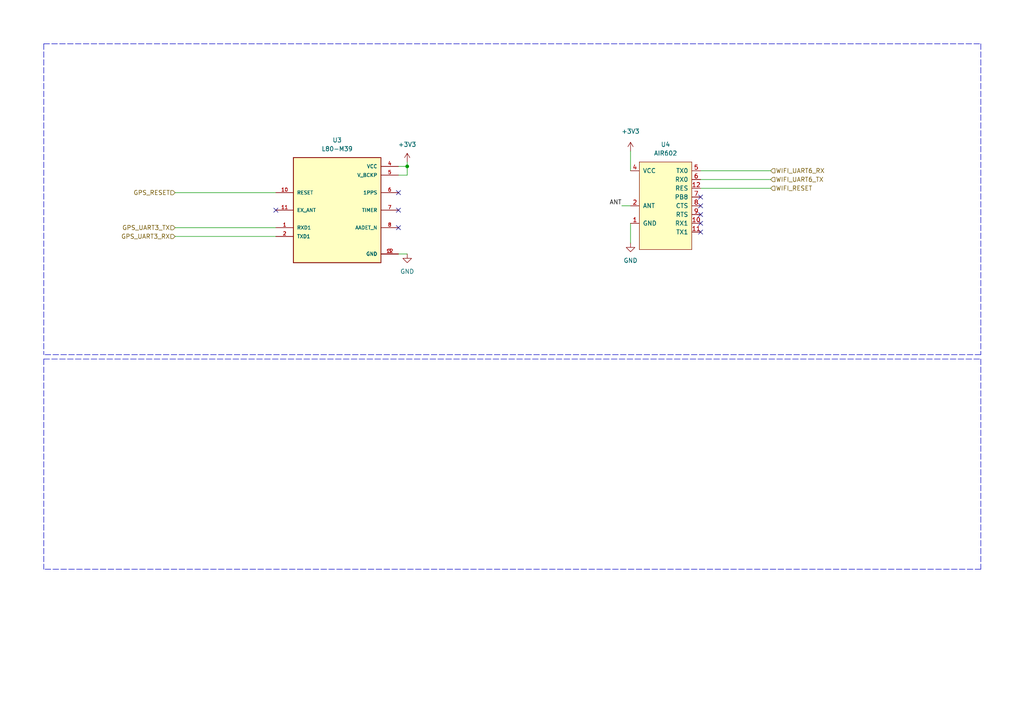
<source format=kicad_sch>
(kicad_sch (version 20211123) (generator eeschema)
  (paper "A4")
  (lib_symbols
    (symbol "L80-M39:L80-M39" (pin_names (offset 1.016))
      (property "Reference" "U" (at -12.7 16.002 0))
      (property "Value" "L80-M39" (at -12.7 -17.78 0))
      (symbol "L80-M39_0_0"
        (rectangle (start -12.7 -15.24) (end 12.7 15.24) (stroke (width 0.254)) (fill (type background)))
        (pin input line (at -17.78 -5.08 0) (length 5.08) (name "RXD1") (number "1"))
        (pin input line (at -17.78 5.08 0) (length 5.08) (name "RESET") (number "10"))
        (pin input line (at -17.78 0 0) (length 5.08) (name "EX_ANT") (number "11"))
        (pin power_in line (at 17.78 -12.7 180) (length 5.08) (name "GND") (number "12"))
        (pin output line (at -17.78 -7.62 0) (length 5.08) (name "TXD1") (number "2"))
        (pin power_in line (at 17.78 -12.7 180) (length 5.08) (name "GND") (number "3"))
        (pin power_in line (at 17.78 12.7 180) (length 5.08) (name "VCC") (number "4"))
        (pin power_in line (at 17.78 10.16 180) (length 5.08) (name "V_BCKP") (number "5"))
        (pin output line (at 17.78 5.08 180) (length 5.08) (name "1PPS") (number "6"))
        (pin output line (at 17.78 0 180) (length 5.08) (name "TIMER") (number "7"))
        (pin bidirectional line (at 17.78 -5.08 180) (length 5.08) (name "AADET_N") (number "8"))
      )
    )
    (symbol "air602:AIR602" (pin_names (offset 1.016))
      (property "Reference" "U" (at 0 11.43 0))
      (property "Value" "AIR602" (at 0 -12.7 0))
      (symbol "AIR602_0_1"
        (rectangle (start -7.62 10.16) (end 7.62 -15.24) (fill (type background)))
      )
      (symbol "AIR602_1_1"
        (pin power_in line (at -10.16 -7.62 0) (length 2.54) (name "GND") (number "1"))
        (pin bidirectional line (at 10.16 -7.62 180) (length 2.54) (name "RX1") (number "10"))
        (pin bidirectional line (at 10.16 -10.16 180) (length 2.54) (name "TX1") (number "11"))
        (pin input line (at 10.16 2.54 180) (length 2.54) (name "RES") (number "12"))
        (pin bidirectional line (at -10.16 -2.54 0) (length 2.54) (name "ANT") (number "2"))
        (pin passive line (at -10.16 -7.62 0) (length 2.54) hide (name "GND") (number "3"))
        (pin power_in line (at -10.16 7.62 0) (length 2.54) (name "VCC") (number "4"))
        (pin bidirectional line (at 10.16 7.62 180) (length 2.54) (name "TX0") (number "5"))
        (pin bidirectional line (at 10.16 5.08 180) (length 2.54) (name "RX0") (number "6"))
        (pin bidirectional line (at 10.16 0 180) (length 2.54) (name "PB8") (number "7"))
        (pin bidirectional line (at 10.16 -2.54 180) (length 2.54) (name "CTS") (number "8"))
        (pin bidirectional line (at 10.16 -5.08 180) (length 2.54) (name "RTS") (number "9"))
      )
    )
    (symbol "power:+3V3" (power) (pin_names (offset 0))
      (property "Value" "+3V3" (at 0 3.556 0))
      (symbol "+3V3_0_1"
        (polyline (pts (xy -0.762 1.27) (xy 0 2.54)))
        (polyline (pts (xy 0 0) (xy 0 2.54)))
        (polyline (pts (xy 0 2.54) (xy 0.762 1.27)))
      )
      (symbol "+3V3_1_1"
        (pin power_in line (at 0 0 90) (length 0) hide (name "+3V3") (number "1"))
      )
    )
    (symbol "power:GND" (power) (pin_names (offset 0))
      (property "Value" "GND" (at 0 -3.81 0))
      (symbol "GND_0_1"
        (polyline (pts (xy 0 0) (xy 0 -1.27) (xy 1.27 -1.27) (xy 0 -2.54) (xy -1.27 -1.27) (xy 0 -1.27)))
      )
      (symbol "GND_1_1"
        (pin power_in line (at 0 0 270) (length 0) hide (name "GND") (number "1"))
      )
    )
  )
  (junction (at 118.11 48.26))
  (no_connect (at 80.01 60.96))
  (no_connect (at 115.57 60.96))
  (no_connect (at 203.2 59.69))
  (no_connect (at 115.57 55.88))
  (no_connect (at 203.2 62.23))
  (no_connect (at 203.2 64.77))
  (no_connect (at 203.2 57.15))
  (no_connect (at 115.57 66.04))
  (no_connect (at 203.2 67.31))
  (polyline (pts (xy 284.48 12.7) (xy 284.48 102.87)))
  (wire (pts (xy 50.8 55.88) (xy 80.01 55.88)))
  (polyline (pts (xy 12.7 12.7) (xy 12.7 102.87)))
  (wire (pts (xy 50.8 68.58) (xy 80.01 68.58)))
  (wire (pts (xy 115.57 50.8) (xy 118.11 50.8)))
  (polyline (pts (xy 284.48 104.14) (xy 284.48 165.1)))
  (polyline (pts (xy 12.7 104.14) (xy 284.48 104.14)))
  (wire (pts (xy 115.57 73.66) (xy 118.11 73.66)))
  (wire (pts (xy 203.2 54.61) (xy 223.52 54.61)))
  (polyline (pts (xy 284.48 102.87) (xy 12.7 102.87)))
  (wire (pts (xy 182.88 64.77) (xy 182.88 70.485)))
  (wire (pts (xy 118.11 48.26) (xy 118.11 50.8)))
  (wire (pts (xy 115.57 48.26) (xy 118.11 48.26)))
  (polyline (pts (xy 12.7 104.14) (xy 12.7 165.1)))
  (polyline (pts (xy 284.48 165.1) (xy 12.7 165.1)))
  (wire (pts (xy 50.8 66.04) (xy 80.01 66.04)))
  (wire (pts (xy 180.34 59.69) (xy 182.88 59.69)))
  (wire (pts (xy 203.2 49.53) (xy 223.52 49.53)))
  (wire (pts (xy 203.2 52.07) (xy 223.52 52.07)))
  (polyline (pts (xy 12.7 12.7) (xy 284.48 12.7)))
  (wire (pts (xy 118.11 46.99) (xy 118.11 48.26)))
  (wire (pts (xy 182.88 43.815) (xy 182.88 49.53)))
  (label "ANT" (at 180.34 59.69 180))
  (hierarchical_label "GPS_UART3_TX" (shape input) (at 50.8 66.04 180))
  (hierarchical_label "WIFI_RESET" (shape input) (at 223.52 54.61 0))
  (hierarchical_label "WIFI_UART6_RX" (shape input) (at 223.52 49.53 0))
  (hierarchical_label "GPS_RESET" (shape input) (at 50.8 55.88 180))
  (hierarchical_label "GPS_UART3_RX" (shape input) (at 50.8 68.58 180))
  (hierarchical_label "WIFI_UART6_TX" (shape input) (at 223.52 52.07 0))
  (symbol (lib_id "air602:AIR602") (at 193.04 57.15 0) (unit 1)
    (property "Reference" "U4" (at 193.04 41.91 0))
    (property "Value" "AIR602" (at 193.04 44.45 0))
    (property "Footprint" "footprints:AIR602" (effects hide))
  )
  (symbol (lib_id "power:GND") (at 118.11 73.66 0) (unit 1)
    (property "Reference" "#PWR0122" (effects hide))
    (property "Value" "GND" (at 118.11 78.74 0))
  )
  (symbol (lib_id "L80-M39:L80-M39") (at 97.79 60.96 0) (unit 1)
    (property "Reference" "U3" (at 97.79 40.64 0))
    (property "Value" "L80-M39" (at 97.79 43.18 0))
    (property "Footprint" "footprints:XCVR_L80-M39" (effects hide))
    (property "PACKAGE" "Radial Can  Quectel" (effects hide))
    (property "AVAILABILITY" "Unavailable" (effects hide))
    (property "PRICE" "None" (effects hide))
    (property "MP" "L80" (effects hide))
    (property "DESCRIPTION" "L80 is an ultra compact GPS POT _Patch on Top_ module with an embedded 15.0mm × 15.0mm × 4.0mm patch antenna." (effects hide))
    (property "MF" "Quectel" (effects hide))
  )
  (symbol (lib_id "power:+3V3") (at 118.11 46.99 0) (unit 1)
    (property "Reference" "#PWR0121" (effects hide))
    (property "Value" "+3V3" (at 118.11 41.91 0))
  )
  (symbol (lib_id "power:+3V3") (at 182.88 43.815 0) (unit 1)
    (property "Reference" "#PWR0124" (effects hide))
    (property "Value" "+3V3" (at 182.88 38.1 0))
  )
  (symbol (lib_id "power:GND") (at 182.88 70.485 0) (unit 1)
    (property "Reference" "#PWR0123" (effects hide))
    (property "Value" "GND" (at 182.88 75.565 0))
  )
)
</source>
